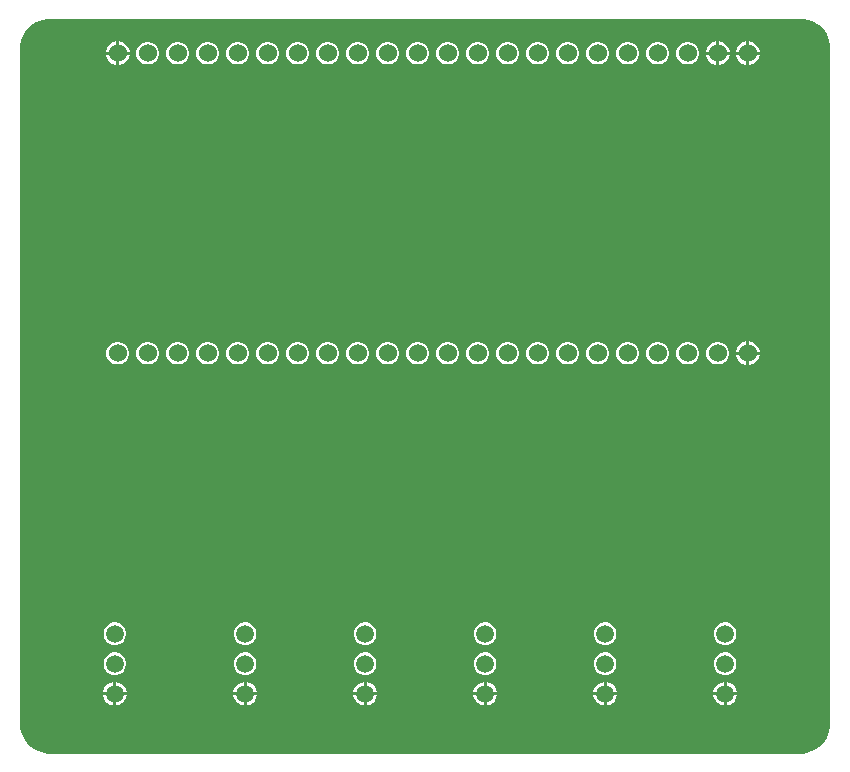
<source format=gbr>
%TF.GenerationSoftware,Altium Limited,Altium Designer,24.2.2 (26)*%
G04 Layer_Physical_Order=2*
G04 Layer_Color=16711680*
%FSLAX45Y45*%
%MOMM*%
%TF.SameCoordinates,A195ED8F-B54E-4743-8023-4A5FD5FDB8DD*%
%TF.FilePolarity,Positive*%
%TF.FileFunction,Copper,L2,Bot,Signal*%
%TF.Part,Single*%
G01*
G75*
%TA.AperFunction,ComponentPad*%
%ADD18C,1.52400*%
%ADD19C,1.50000*%
G36*
X6805089Y6340239D02*
X6851314Y6321092D01*
X6892915Y6293294D01*
X6928294Y6257915D01*
X6956092Y6216314D01*
X6975239Y6170089D01*
X6985000Y6121017D01*
Y6096000D01*
Y381000D01*
Y355983D01*
X6975239Y306911D01*
X6956092Y260686D01*
X6928294Y219084D01*
X6892915Y183705D01*
X6851314Y155908D01*
X6805089Y136761D01*
X6756017Y127000D01*
X355983D01*
X306911Y136761D01*
X260686Y155908D01*
X219084Y183705D01*
X183705Y219084D01*
X155908Y260686D01*
X136761Y306911D01*
X127000Y355983D01*
Y381000D01*
Y635000D01*
Y6096000D01*
Y6121017D01*
X136761Y6170089D01*
X155908Y6216314D01*
X183705Y6257915D01*
X219084Y6293294D01*
X260686Y6321092D01*
X306911Y6340239D01*
X355983Y6350000D01*
X6756017D01*
X6805089Y6340239D01*
D02*
G37*
%LPC*%
G36*
X6299876Y6159500D02*
X6299200D01*
Y6070600D01*
X6388100D01*
Y6071276D01*
X6381176Y6097116D01*
X6367800Y6120284D01*
X6348884Y6139200D01*
X6325716Y6152576D01*
X6299876Y6159500D01*
D02*
G37*
G36*
X6045876D02*
X6045200D01*
Y6070600D01*
X6134100D01*
Y6071276D01*
X6127176Y6097116D01*
X6113800Y6120284D01*
X6094884Y6139200D01*
X6071716Y6152576D01*
X6045876Y6159500D01*
D02*
G37*
G36*
X965876D02*
X965200D01*
Y6070600D01*
X1054100D01*
Y6071276D01*
X1047176Y6097116D01*
X1033800Y6120284D01*
X1014884Y6139200D01*
X991716Y6152576D01*
X965876Y6159500D01*
D02*
G37*
G36*
X939800D02*
X939124D01*
X913284Y6152576D01*
X890116Y6139200D01*
X871200Y6120284D01*
X857824Y6097116D01*
X850900Y6071276D01*
Y6070600D01*
X939800D01*
Y6159500D01*
D02*
G37*
G36*
X6273800D02*
X6273124D01*
X6247284Y6152576D01*
X6224116Y6139200D01*
X6205200Y6120284D01*
X6191824Y6097116D01*
X6184900Y6071276D01*
Y6070600D01*
X6273800D01*
Y6159500D01*
D02*
G37*
G36*
X6019800D02*
X6019124D01*
X5993284Y6152576D01*
X5970116Y6139200D01*
X5951200Y6120284D01*
X5937824Y6097116D01*
X5930900Y6071276D01*
Y6070600D01*
X6019800D01*
Y6159500D01*
D02*
G37*
G36*
X5791165Y6154100D02*
X5765835D01*
X5741368Y6147544D01*
X5719432Y6134879D01*
X5701521Y6116968D01*
X5688856Y6095032D01*
X5682300Y6070565D01*
Y6045235D01*
X5688856Y6020768D01*
X5701521Y5998832D01*
X5719432Y5980921D01*
X5741368Y5968256D01*
X5765835Y5961700D01*
X5791165D01*
X5815632Y5968256D01*
X5837568Y5980921D01*
X5855479Y5998832D01*
X5868144Y6020768D01*
X5874700Y6045235D01*
Y6070565D01*
X5868144Y6095032D01*
X5855479Y6116968D01*
X5837568Y6134879D01*
X5815632Y6147544D01*
X5791165Y6154100D01*
D02*
G37*
G36*
X5537165D02*
X5511835D01*
X5487368Y6147544D01*
X5465432Y6134879D01*
X5447521Y6116968D01*
X5434856Y6095032D01*
X5428300Y6070565D01*
Y6045235D01*
X5434856Y6020768D01*
X5447521Y5998832D01*
X5465432Y5980921D01*
X5487368Y5968256D01*
X5511835Y5961700D01*
X5537165D01*
X5561632Y5968256D01*
X5583568Y5980921D01*
X5601479Y5998832D01*
X5614144Y6020768D01*
X5620700Y6045235D01*
Y6070565D01*
X5614144Y6095032D01*
X5601479Y6116968D01*
X5583568Y6134879D01*
X5561632Y6147544D01*
X5537165Y6154100D01*
D02*
G37*
G36*
X5283165D02*
X5257835D01*
X5233368Y6147544D01*
X5211432Y6134879D01*
X5193521Y6116968D01*
X5180856Y6095032D01*
X5174300Y6070565D01*
Y6045235D01*
X5180856Y6020768D01*
X5193521Y5998832D01*
X5211432Y5980921D01*
X5233368Y5968256D01*
X5257835Y5961700D01*
X5283165D01*
X5307632Y5968256D01*
X5329568Y5980921D01*
X5347479Y5998832D01*
X5360144Y6020768D01*
X5366700Y6045235D01*
Y6070565D01*
X5360144Y6095032D01*
X5347479Y6116968D01*
X5329568Y6134879D01*
X5307632Y6147544D01*
X5283165Y6154100D01*
D02*
G37*
G36*
X5029165D02*
X5003835D01*
X4979368Y6147544D01*
X4957432Y6134879D01*
X4939521Y6116968D01*
X4926856Y6095032D01*
X4920300Y6070565D01*
Y6045235D01*
X4926856Y6020768D01*
X4939521Y5998832D01*
X4957432Y5980921D01*
X4979368Y5968256D01*
X5003835Y5961700D01*
X5029165D01*
X5053632Y5968256D01*
X5075568Y5980921D01*
X5093479Y5998832D01*
X5106144Y6020768D01*
X5112700Y6045235D01*
Y6070565D01*
X5106144Y6095032D01*
X5093479Y6116968D01*
X5075568Y6134879D01*
X5053632Y6147544D01*
X5029165Y6154100D01*
D02*
G37*
G36*
X4775165D02*
X4749835D01*
X4725368Y6147544D01*
X4703432Y6134879D01*
X4685521Y6116968D01*
X4672856Y6095032D01*
X4666300Y6070565D01*
Y6045235D01*
X4672856Y6020768D01*
X4685521Y5998832D01*
X4703432Y5980921D01*
X4725368Y5968256D01*
X4749835Y5961700D01*
X4775165D01*
X4799632Y5968256D01*
X4821568Y5980921D01*
X4839479Y5998832D01*
X4852144Y6020768D01*
X4858700Y6045235D01*
Y6070565D01*
X4852144Y6095032D01*
X4839479Y6116968D01*
X4821568Y6134879D01*
X4799632Y6147544D01*
X4775165Y6154100D01*
D02*
G37*
G36*
X4521165D02*
X4495835D01*
X4471368Y6147544D01*
X4449432Y6134879D01*
X4431521Y6116968D01*
X4418856Y6095032D01*
X4412300Y6070565D01*
Y6045235D01*
X4418856Y6020768D01*
X4431521Y5998832D01*
X4449432Y5980921D01*
X4471368Y5968256D01*
X4495835Y5961700D01*
X4521165D01*
X4545632Y5968256D01*
X4567568Y5980921D01*
X4585479Y5998832D01*
X4598144Y6020768D01*
X4604700Y6045235D01*
Y6070565D01*
X4598144Y6095032D01*
X4585479Y6116968D01*
X4567568Y6134879D01*
X4545632Y6147544D01*
X4521165Y6154100D01*
D02*
G37*
G36*
X4267165D02*
X4241835D01*
X4217368Y6147544D01*
X4195432Y6134879D01*
X4177521Y6116968D01*
X4164856Y6095032D01*
X4158300Y6070565D01*
Y6045235D01*
X4164856Y6020768D01*
X4177521Y5998832D01*
X4195432Y5980921D01*
X4217368Y5968256D01*
X4241835Y5961700D01*
X4267165D01*
X4291632Y5968256D01*
X4313568Y5980921D01*
X4331479Y5998832D01*
X4344144Y6020768D01*
X4350700Y6045235D01*
Y6070565D01*
X4344144Y6095032D01*
X4331479Y6116968D01*
X4313568Y6134879D01*
X4291632Y6147544D01*
X4267165Y6154100D01*
D02*
G37*
G36*
X4013165D02*
X3987835D01*
X3963368Y6147544D01*
X3941432Y6134879D01*
X3923521Y6116968D01*
X3910856Y6095032D01*
X3904300Y6070565D01*
Y6045235D01*
X3910856Y6020768D01*
X3923521Y5998832D01*
X3941432Y5980921D01*
X3963368Y5968256D01*
X3987835Y5961700D01*
X4013165D01*
X4037632Y5968256D01*
X4059568Y5980921D01*
X4077479Y5998832D01*
X4090144Y6020768D01*
X4096700Y6045235D01*
Y6070565D01*
X4090144Y6095032D01*
X4077479Y6116968D01*
X4059568Y6134879D01*
X4037632Y6147544D01*
X4013165Y6154100D01*
D02*
G37*
G36*
X3759165D02*
X3733835D01*
X3709368Y6147544D01*
X3687432Y6134879D01*
X3669521Y6116968D01*
X3656856Y6095032D01*
X3650300Y6070565D01*
Y6045235D01*
X3656856Y6020768D01*
X3669521Y5998832D01*
X3687432Y5980921D01*
X3709368Y5968256D01*
X3733835Y5961700D01*
X3759165D01*
X3783632Y5968256D01*
X3805568Y5980921D01*
X3823479Y5998832D01*
X3836144Y6020768D01*
X3842700Y6045235D01*
Y6070565D01*
X3836144Y6095032D01*
X3823479Y6116968D01*
X3805568Y6134879D01*
X3783632Y6147544D01*
X3759165Y6154100D01*
D02*
G37*
G36*
X3505165D02*
X3479835D01*
X3455368Y6147544D01*
X3433432Y6134879D01*
X3415521Y6116968D01*
X3402856Y6095032D01*
X3396300Y6070565D01*
Y6045235D01*
X3402856Y6020768D01*
X3415521Y5998832D01*
X3433432Y5980921D01*
X3455368Y5968256D01*
X3479835Y5961700D01*
X3505165D01*
X3529632Y5968256D01*
X3551568Y5980921D01*
X3569479Y5998832D01*
X3582144Y6020768D01*
X3588700Y6045235D01*
Y6070565D01*
X3582144Y6095032D01*
X3569479Y6116968D01*
X3551568Y6134879D01*
X3529632Y6147544D01*
X3505165Y6154100D01*
D02*
G37*
G36*
X3251165D02*
X3225835D01*
X3201368Y6147544D01*
X3179432Y6134879D01*
X3161521Y6116968D01*
X3148856Y6095032D01*
X3142300Y6070565D01*
Y6045235D01*
X3148856Y6020768D01*
X3161521Y5998832D01*
X3179432Y5980921D01*
X3201368Y5968256D01*
X3225835Y5961700D01*
X3251165D01*
X3275632Y5968256D01*
X3297568Y5980921D01*
X3315479Y5998832D01*
X3328144Y6020768D01*
X3334700Y6045235D01*
Y6070565D01*
X3328144Y6095032D01*
X3315479Y6116968D01*
X3297568Y6134879D01*
X3275632Y6147544D01*
X3251165Y6154100D01*
D02*
G37*
G36*
X2997165D02*
X2971835D01*
X2947368Y6147544D01*
X2925432Y6134879D01*
X2907521Y6116968D01*
X2894856Y6095032D01*
X2888300Y6070565D01*
Y6045235D01*
X2894856Y6020768D01*
X2907521Y5998832D01*
X2925432Y5980921D01*
X2947368Y5968256D01*
X2971835Y5961700D01*
X2997165D01*
X3021632Y5968256D01*
X3043568Y5980921D01*
X3061479Y5998832D01*
X3074144Y6020768D01*
X3080700Y6045235D01*
Y6070565D01*
X3074144Y6095032D01*
X3061479Y6116968D01*
X3043568Y6134879D01*
X3021632Y6147544D01*
X2997165Y6154100D01*
D02*
G37*
G36*
X2743165D02*
X2717835D01*
X2693368Y6147544D01*
X2671432Y6134879D01*
X2653521Y6116968D01*
X2640856Y6095032D01*
X2634300Y6070565D01*
Y6045235D01*
X2640856Y6020768D01*
X2653521Y5998832D01*
X2671432Y5980921D01*
X2693368Y5968256D01*
X2717835Y5961700D01*
X2743165D01*
X2767632Y5968256D01*
X2789568Y5980921D01*
X2807479Y5998832D01*
X2820144Y6020768D01*
X2826700Y6045235D01*
Y6070565D01*
X2820144Y6095032D01*
X2807479Y6116968D01*
X2789568Y6134879D01*
X2767632Y6147544D01*
X2743165Y6154100D01*
D02*
G37*
G36*
X2489165D02*
X2463835D01*
X2439368Y6147544D01*
X2417432Y6134879D01*
X2399521Y6116968D01*
X2386856Y6095032D01*
X2380300Y6070565D01*
Y6045235D01*
X2386856Y6020768D01*
X2399521Y5998832D01*
X2417432Y5980921D01*
X2439368Y5968256D01*
X2463835Y5961700D01*
X2489165D01*
X2513632Y5968256D01*
X2535568Y5980921D01*
X2553479Y5998832D01*
X2566144Y6020768D01*
X2572700Y6045235D01*
Y6070565D01*
X2566144Y6095032D01*
X2553479Y6116968D01*
X2535568Y6134879D01*
X2513632Y6147544D01*
X2489165Y6154100D01*
D02*
G37*
G36*
X2235165D02*
X2209835D01*
X2185368Y6147544D01*
X2163432Y6134879D01*
X2145521Y6116968D01*
X2132856Y6095032D01*
X2126300Y6070565D01*
Y6045235D01*
X2132856Y6020768D01*
X2145521Y5998832D01*
X2163432Y5980921D01*
X2185368Y5968256D01*
X2209835Y5961700D01*
X2235165D01*
X2259632Y5968256D01*
X2281568Y5980921D01*
X2299479Y5998832D01*
X2312144Y6020768D01*
X2318700Y6045235D01*
Y6070565D01*
X2312144Y6095032D01*
X2299479Y6116968D01*
X2281568Y6134879D01*
X2259632Y6147544D01*
X2235165Y6154100D01*
D02*
G37*
G36*
X1981165D02*
X1955835D01*
X1931368Y6147544D01*
X1909432Y6134879D01*
X1891521Y6116968D01*
X1878856Y6095032D01*
X1872300Y6070565D01*
Y6045235D01*
X1878856Y6020768D01*
X1891521Y5998832D01*
X1909432Y5980921D01*
X1931368Y5968256D01*
X1955835Y5961700D01*
X1981165D01*
X2005632Y5968256D01*
X2027568Y5980921D01*
X2045479Y5998832D01*
X2058144Y6020768D01*
X2064700Y6045235D01*
Y6070565D01*
X2058144Y6095032D01*
X2045479Y6116968D01*
X2027568Y6134879D01*
X2005632Y6147544D01*
X1981165Y6154100D01*
D02*
G37*
G36*
X1727165D02*
X1701835D01*
X1677368Y6147544D01*
X1655432Y6134879D01*
X1637521Y6116968D01*
X1624856Y6095032D01*
X1618300Y6070565D01*
Y6045235D01*
X1624856Y6020768D01*
X1637521Y5998832D01*
X1655432Y5980921D01*
X1677368Y5968256D01*
X1701835Y5961700D01*
X1727165D01*
X1751632Y5968256D01*
X1773568Y5980921D01*
X1791479Y5998832D01*
X1804144Y6020768D01*
X1810700Y6045235D01*
Y6070565D01*
X1804144Y6095032D01*
X1791479Y6116968D01*
X1773568Y6134879D01*
X1751632Y6147544D01*
X1727165Y6154100D01*
D02*
G37*
G36*
X1473165D02*
X1447835D01*
X1423368Y6147544D01*
X1401432Y6134879D01*
X1383521Y6116968D01*
X1370856Y6095032D01*
X1364300Y6070565D01*
Y6045235D01*
X1370856Y6020768D01*
X1383521Y5998832D01*
X1401432Y5980921D01*
X1423368Y5968256D01*
X1447835Y5961700D01*
X1473165D01*
X1497632Y5968256D01*
X1519568Y5980921D01*
X1537479Y5998832D01*
X1550144Y6020768D01*
X1556700Y6045235D01*
Y6070565D01*
X1550144Y6095032D01*
X1537479Y6116968D01*
X1519568Y6134879D01*
X1497632Y6147544D01*
X1473165Y6154100D01*
D02*
G37*
G36*
X1219165D02*
X1193835D01*
X1169368Y6147544D01*
X1147432Y6134879D01*
X1129521Y6116968D01*
X1116856Y6095032D01*
X1110300Y6070565D01*
Y6045235D01*
X1116856Y6020768D01*
X1129521Y5998832D01*
X1147432Y5980921D01*
X1169368Y5968256D01*
X1193835Y5961700D01*
X1219165D01*
X1243632Y5968256D01*
X1265568Y5980921D01*
X1283479Y5998832D01*
X1296144Y6020768D01*
X1302700Y6045235D01*
Y6070565D01*
X1296144Y6095032D01*
X1283479Y6116968D01*
X1265568Y6134879D01*
X1243632Y6147544D01*
X1219165Y6154100D01*
D02*
G37*
G36*
X6388100Y6045200D02*
X6299200D01*
Y5956300D01*
X6299876D01*
X6325716Y5963224D01*
X6348884Y5976600D01*
X6367800Y5995516D01*
X6381176Y6018684D01*
X6388100Y6044524D01*
Y6045200D01*
D02*
G37*
G36*
X6273800D02*
X6184900D01*
Y6044524D01*
X6191824Y6018684D01*
X6205200Y5995516D01*
X6224116Y5976600D01*
X6247284Y5963224D01*
X6273124Y5956300D01*
X6273800D01*
Y6045200D01*
D02*
G37*
G36*
X6134100D02*
X6045200D01*
Y5956300D01*
X6045876D01*
X6071716Y5963224D01*
X6094884Y5976600D01*
X6113800Y5995516D01*
X6127176Y6018684D01*
X6134100Y6044524D01*
Y6045200D01*
D02*
G37*
G36*
X6019800D02*
X5930900D01*
Y6044524D01*
X5937824Y6018684D01*
X5951200Y5995516D01*
X5970116Y5976600D01*
X5993284Y5963224D01*
X6019124Y5956300D01*
X6019800D01*
Y6045200D01*
D02*
G37*
G36*
X1054100D02*
X965200D01*
Y5956300D01*
X965876D01*
X991716Y5963224D01*
X1014884Y5976600D01*
X1033800Y5995516D01*
X1047176Y6018684D01*
X1054100Y6044524D01*
Y6045200D01*
D02*
G37*
G36*
X939800D02*
X850900D01*
Y6044524D01*
X857824Y6018684D01*
X871200Y5995516D01*
X890116Y5976600D01*
X913284Y5963224D01*
X939124Y5956300D01*
X939800D01*
Y6045200D01*
D02*
G37*
G36*
X6299876Y3619500D02*
X6299200D01*
Y3530600D01*
X6388100D01*
Y3531276D01*
X6381176Y3557116D01*
X6367800Y3580284D01*
X6348884Y3599200D01*
X6325716Y3612576D01*
X6299876Y3619500D01*
D02*
G37*
G36*
X6273800D02*
X6273124D01*
X6247284Y3612576D01*
X6224116Y3599200D01*
X6205200Y3580284D01*
X6191824Y3557116D01*
X6184900Y3531276D01*
Y3530600D01*
X6273800D01*
Y3619500D01*
D02*
G37*
G36*
X6045165Y3614100D02*
X6019835D01*
X5995368Y3607544D01*
X5973432Y3594879D01*
X5955521Y3576968D01*
X5942856Y3555032D01*
X5936300Y3530565D01*
Y3505235D01*
X5942856Y3480768D01*
X5955521Y3458832D01*
X5973432Y3440921D01*
X5995368Y3428256D01*
X6019835Y3421700D01*
X6045165D01*
X6069632Y3428256D01*
X6091568Y3440921D01*
X6109479Y3458832D01*
X6122144Y3480768D01*
X6128700Y3505235D01*
Y3530565D01*
X6122144Y3555032D01*
X6109479Y3576968D01*
X6091568Y3594879D01*
X6069632Y3607544D01*
X6045165Y3614100D01*
D02*
G37*
G36*
X5791165D02*
X5765835D01*
X5741368Y3607544D01*
X5719432Y3594879D01*
X5701521Y3576968D01*
X5688856Y3555032D01*
X5682300Y3530565D01*
Y3505235D01*
X5688856Y3480768D01*
X5701521Y3458832D01*
X5719432Y3440921D01*
X5741368Y3428256D01*
X5765835Y3421700D01*
X5791165D01*
X5815632Y3428256D01*
X5837568Y3440921D01*
X5855479Y3458832D01*
X5868144Y3480768D01*
X5874700Y3505235D01*
Y3530565D01*
X5868144Y3555032D01*
X5855479Y3576968D01*
X5837568Y3594879D01*
X5815632Y3607544D01*
X5791165Y3614100D01*
D02*
G37*
G36*
X5537165D02*
X5511835D01*
X5487368Y3607544D01*
X5465432Y3594879D01*
X5447521Y3576968D01*
X5434856Y3555032D01*
X5428300Y3530565D01*
Y3505235D01*
X5434856Y3480768D01*
X5447521Y3458832D01*
X5465432Y3440921D01*
X5487368Y3428256D01*
X5511835Y3421700D01*
X5537165D01*
X5561632Y3428256D01*
X5583568Y3440921D01*
X5601479Y3458832D01*
X5614144Y3480768D01*
X5620700Y3505235D01*
Y3530565D01*
X5614144Y3555032D01*
X5601479Y3576968D01*
X5583568Y3594879D01*
X5561632Y3607544D01*
X5537165Y3614100D01*
D02*
G37*
G36*
X5283165D02*
X5257835D01*
X5233368Y3607544D01*
X5211432Y3594879D01*
X5193521Y3576968D01*
X5180856Y3555032D01*
X5174300Y3530565D01*
Y3505235D01*
X5180856Y3480768D01*
X5193521Y3458832D01*
X5211432Y3440921D01*
X5233368Y3428256D01*
X5257835Y3421700D01*
X5283165D01*
X5307632Y3428256D01*
X5329568Y3440921D01*
X5347479Y3458832D01*
X5360144Y3480768D01*
X5366700Y3505235D01*
Y3530565D01*
X5360144Y3555032D01*
X5347479Y3576968D01*
X5329568Y3594879D01*
X5307632Y3607544D01*
X5283165Y3614100D01*
D02*
G37*
G36*
X5029165D02*
X5003835D01*
X4979368Y3607544D01*
X4957432Y3594879D01*
X4939521Y3576968D01*
X4926856Y3555032D01*
X4920300Y3530565D01*
Y3505235D01*
X4926856Y3480768D01*
X4939521Y3458832D01*
X4957432Y3440921D01*
X4979368Y3428256D01*
X5003835Y3421700D01*
X5029165D01*
X5053632Y3428256D01*
X5075568Y3440921D01*
X5093479Y3458832D01*
X5106144Y3480768D01*
X5112700Y3505235D01*
Y3530565D01*
X5106144Y3555032D01*
X5093479Y3576968D01*
X5075568Y3594879D01*
X5053632Y3607544D01*
X5029165Y3614100D01*
D02*
G37*
G36*
X4775165D02*
X4749835D01*
X4725368Y3607544D01*
X4703432Y3594879D01*
X4685521Y3576968D01*
X4672856Y3555032D01*
X4666300Y3530565D01*
Y3505235D01*
X4672856Y3480768D01*
X4685521Y3458832D01*
X4703432Y3440921D01*
X4725368Y3428256D01*
X4749835Y3421700D01*
X4775165D01*
X4799632Y3428256D01*
X4821568Y3440921D01*
X4839479Y3458832D01*
X4852144Y3480768D01*
X4858700Y3505235D01*
Y3530565D01*
X4852144Y3555032D01*
X4839479Y3576968D01*
X4821568Y3594879D01*
X4799632Y3607544D01*
X4775165Y3614100D01*
D02*
G37*
G36*
X4521165D02*
X4495835D01*
X4471368Y3607544D01*
X4449432Y3594879D01*
X4431521Y3576968D01*
X4418856Y3555032D01*
X4412300Y3530565D01*
Y3505235D01*
X4418856Y3480768D01*
X4431521Y3458832D01*
X4449432Y3440921D01*
X4471368Y3428256D01*
X4495835Y3421700D01*
X4521165D01*
X4545632Y3428256D01*
X4567568Y3440921D01*
X4585479Y3458832D01*
X4598144Y3480768D01*
X4604700Y3505235D01*
Y3530565D01*
X4598144Y3555032D01*
X4585479Y3576968D01*
X4567568Y3594879D01*
X4545632Y3607544D01*
X4521165Y3614100D01*
D02*
G37*
G36*
X4267165D02*
X4241835D01*
X4217368Y3607544D01*
X4195432Y3594879D01*
X4177521Y3576968D01*
X4164856Y3555032D01*
X4158300Y3530565D01*
Y3505235D01*
X4164856Y3480768D01*
X4177521Y3458832D01*
X4195432Y3440921D01*
X4217368Y3428256D01*
X4241835Y3421700D01*
X4267165D01*
X4291632Y3428256D01*
X4313568Y3440921D01*
X4331479Y3458832D01*
X4344144Y3480768D01*
X4350700Y3505235D01*
Y3530565D01*
X4344144Y3555032D01*
X4331479Y3576968D01*
X4313568Y3594879D01*
X4291632Y3607544D01*
X4267165Y3614100D01*
D02*
G37*
G36*
X4013165D02*
X3987835D01*
X3963368Y3607544D01*
X3941432Y3594879D01*
X3923521Y3576968D01*
X3910856Y3555032D01*
X3904300Y3530565D01*
Y3505235D01*
X3910856Y3480768D01*
X3923521Y3458832D01*
X3941432Y3440921D01*
X3963368Y3428256D01*
X3987835Y3421700D01*
X4013165D01*
X4037632Y3428256D01*
X4059568Y3440921D01*
X4077479Y3458832D01*
X4090144Y3480768D01*
X4096700Y3505235D01*
Y3530565D01*
X4090144Y3555032D01*
X4077479Y3576968D01*
X4059568Y3594879D01*
X4037632Y3607544D01*
X4013165Y3614100D01*
D02*
G37*
G36*
X3759165D02*
X3733835D01*
X3709368Y3607544D01*
X3687432Y3594879D01*
X3669521Y3576968D01*
X3656856Y3555032D01*
X3650300Y3530565D01*
Y3505235D01*
X3656856Y3480768D01*
X3669521Y3458832D01*
X3687432Y3440921D01*
X3709368Y3428256D01*
X3733835Y3421700D01*
X3759165D01*
X3783632Y3428256D01*
X3805568Y3440921D01*
X3823479Y3458832D01*
X3836144Y3480768D01*
X3842700Y3505235D01*
Y3530565D01*
X3836144Y3555032D01*
X3823479Y3576968D01*
X3805568Y3594879D01*
X3783632Y3607544D01*
X3759165Y3614100D01*
D02*
G37*
G36*
X3505165D02*
X3479835D01*
X3455368Y3607544D01*
X3433432Y3594879D01*
X3415521Y3576968D01*
X3402856Y3555032D01*
X3396300Y3530565D01*
Y3505235D01*
X3402856Y3480768D01*
X3415521Y3458832D01*
X3433432Y3440921D01*
X3455368Y3428256D01*
X3479835Y3421700D01*
X3505165D01*
X3529632Y3428256D01*
X3551568Y3440921D01*
X3569479Y3458832D01*
X3582144Y3480768D01*
X3588700Y3505235D01*
Y3530565D01*
X3582144Y3555032D01*
X3569479Y3576968D01*
X3551568Y3594879D01*
X3529632Y3607544D01*
X3505165Y3614100D01*
D02*
G37*
G36*
X3251165D02*
X3225835D01*
X3201368Y3607544D01*
X3179432Y3594879D01*
X3161521Y3576968D01*
X3148856Y3555032D01*
X3142300Y3530565D01*
Y3505235D01*
X3148856Y3480768D01*
X3161521Y3458832D01*
X3179432Y3440921D01*
X3201368Y3428256D01*
X3225835Y3421700D01*
X3251165D01*
X3275632Y3428256D01*
X3297568Y3440921D01*
X3315479Y3458832D01*
X3328144Y3480768D01*
X3334700Y3505235D01*
Y3530565D01*
X3328144Y3555032D01*
X3315479Y3576968D01*
X3297568Y3594879D01*
X3275632Y3607544D01*
X3251165Y3614100D01*
D02*
G37*
G36*
X2997165D02*
X2971835D01*
X2947368Y3607544D01*
X2925432Y3594879D01*
X2907521Y3576968D01*
X2894856Y3555032D01*
X2888300Y3530565D01*
Y3505235D01*
X2894856Y3480768D01*
X2907521Y3458832D01*
X2925432Y3440921D01*
X2947368Y3428256D01*
X2971835Y3421700D01*
X2997165D01*
X3021632Y3428256D01*
X3043568Y3440921D01*
X3061479Y3458832D01*
X3074144Y3480768D01*
X3080700Y3505235D01*
Y3530565D01*
X3074144Y3555032D01*
X3061479Y3576968D01*
X3043568Y3594879D01*
X3021632Y3607544D01*
X2997165Y3614100D01*
D02*
G37*
G36*
X2743165D02*
X2717835D01*
X2693368Y3607544D01*
X2671432Y3594879D01*
X2653521Y3576968D01*
X2640856Y3555032D01*
X2634300Y3530565D01*
Y3505235D01*
X2640856Y3480768D01*
X2653521Y3458832D01*
X2671432Y3440921D01*
X2693368Y3428256D01*
X2717835Y3421700D01*
X2743165D01*
X2767632Y3428256D01*
X2789568Y3440921D01*
X2807479Y3458832D01*
X2820144Y3480768D01*
X2826700Y3505235D01*
Y3530565D01*
X2820144Y3555032D01*
X2807479Y3576968D01*
X2789568Y3594879D01*
X2767632Y3607544D01*
X2743165Y3614100D01*
D02*
G37*
G36*
X2489165D02*
X2463835D01*
X2439368Y3607544D01*
X2417432Y3594879D01*
X2399521Y3576968D01*
X2386856Y3555032D01*
X2380300Y3530565D01*
Y3505235D01*
X2386856Y3480768D01*
X2399521Y3458832D01*
X2417432Y3440921D01*
X2439368Y3428256D01*
X2463835Y3421700D01*
X2489165D01*
X2513632Y3428256D01*
X2535568Y3440921D01*
X2553479Y3458832D01*
X2566144Y3480768D01*
X2572700Y3505235D01*
Y3530565D01*
X2566144Y3555032D01*
X2553479Y3576968D01*
X2535568Y3594879D01*
X2513632Y3607544D01*
X2489165Y3614100D01*
D02*
G37*
G36*
X2235165D02*
X2209835D01*
X2185368Y3607544D01*
X2163432Y3594879D01*
X2145521Y3576968D01*
X2132856Y3555032D01*
X2126300Y3530565D01*
Y3505235D01*
X2132856Y3480768D01*
X2145521Y3458832D01*
X2163432Y3440921D01*
X2185368Y3428256D01*
X2209835Y3421700D01*
X2235165D01*
X2259632Y3428256D01*
X2281568Y3440921D01*
X2299479Y3458832D01*
X2312144Y3480768D01*
X2318700Y3505235D01*
Y3530565D01*
X2312144Y3555032D01*
X2299479Y3576968D01*
X2281568Y3594879D01*
X2259632Y3607544D01*
X2235165Y3614100D01*
D02*
G37*
G36*
X1981165D02*
X1955835D01*
X1931368Y3607544D01*
X1909432Y3594879D01*
X1891521Y3576968D01*
X1878856Y3555032D01*
X1872300Y3530565D01*
Y3505235D01*
X1878856Y3480768D01*
X1891521Y3458832D01*
X1909432Y3440921D01*
X1931368Y3428256D01*
X1955835Y3421700D01*
X1981165D01*
X2005632Y3428256D01*
X2027568Y3440921D01*
X2045479Y3458832D01*
X2058144Y3480768D01*
X2064700Y3505235D01*
Y3530565D01*
X2058144Y3555032D01*
X2045479Y3576968D01*
X2027568Y3594879D01*
X2005632Y3607544D01*
X1981165Y3614100D01*
D02*
G37*
G36*
X1727165D02*
X1701835D01*
X1677368Y3607544D01*
X1655432Y3594879D01*
X1637521Y3576968D01*
X1624856Y3555032D01*
X1618300Y3530565D01*
Y3505235D01*
X1624856Y3480768D01*
X1637521Y3458832D01*
X1655432Y3440921D01*
X1677368Y3428256D01*
X1701835Y3421700D01*
X1727165D01*
X1751632Y3428256D01*
X1773568Y3440921D01*
X1791479Y3458832D01*
X1804144Y3480768D01*
X1810700Y3505235D01*
Y3530565D01*
X1804144Y3555032D01*
X1791479Y3576968D01*
X1773568Y3594879D01*
X1751632Y3607544D01*
X1727165Y3614100D01*
D02*
G37*
G36*
X1473165D02*
X1447835D01*
X1423368Y3607544D01*
X1401432Y3594879D01*
X1383521Y3576968D01*
X1370856Y3555032D01*
X1364300Y3530565D01*
Y3505235D01*
X1370856Y3480768D01*
X1383521Y3458832D01*
X1401432Y3440921D01*
X1423368Y3428256D01*
X1447835Y3421700D01*
X1473165D01*
X1497632Y3428256D01*
X1519568Y3440921D01*
X1537479Y3458832D01*
X1550144Y3480768D01*
X1556700Y3505235D01*
Y3530565D01*
X1550144Y3555032D01*
X1537479Y3576968D01*
X1519568Y3594879D01*
X1497632Y3607544D01*
X1473165Y3614100D01*
D02*
G37*
G36*
X1219165D02*
X1193835D01*
X1169368Y3607544D01*
X1147432Y3594879D01*
X1129521Y3576968D01*
X1116856Y3555032D01*
X1110300Y3530565D01*
Y3505235D01*
X1116856Y3480768D01*
X1129521Y3458832D01*
X1147432Y3440921D01*
X1169368Y3428256D01*
X1193835Y3421700D01*
X1219165D01*
X1243632Y3428256D01*
X1265568Y3440921D01*
X1283479Y3458832D01*
X1296144Y3480768D01*
X1302700Y3505235D01*
Y3530565D01*
X1296144Y3555032D01*
X1283479Y3576968D01*
X1265568Y3594879D01*
X1243632Y3607544D01*
X1219165Y3614100D01*
D02*
G37*
G36*
X965165D02*
X939835D01*
X915368Y3607544D01*
X893432Y3594879D01*
X875521Y3576968D01*
X862856Y3555032D01*
X856300Y3530565D01*
Y3505235D01*
X862856Y3480768D01*
X875521Y3458832D01*
X893432Y3440921D01*
X915368Y3428256D01*
X939835Y3421700D01*
X965165D01*
X989632Y3428256D01*
X1011568Y3440921D01*
X1029479Y3458832D01*
X1042144Y3480768D01*
X1048700Y3505235D01*
Y3530565D01*
X1042144Y3555032D01*
X1029479Y3576968D01*
X1011568Y3594879D01*
X989632Y3607544D01*
X965165Y3614100D01*
D02*
G37*
G36*
X6388100Y3505200D02*
X6299200D01*
Y3416300D01*
X6299876D01*
X6325716Y3423224D01*
X6348884Y3436600D01*
X6367800Y3455516D01*
X6381176Y3478684D01*
X6388100Y3504524D01*
Y3505200D01*
D02*
G37*
G36*
X6273800D02*
X6184900D01*
Y3504524D01*
X6191824Y3478684D01*
X6205200Y3455516D01*
X6224116Y3436600D01*
X6247284Y3423224D01*
X6273124Y3416300D01*
X6273800D01*
Y3505200D01*
D02*
G37*
G36*
X6108507Y1238000D02*
X6083493D01*
X6059332Y1231526D01*
X6037669Y1219019D01*
X6019981Y1201331D01*
X6007474Y1179668D01*
X6001000Y1155507D01*
Y1130493D01*
X6007474Y1106332D01*
X6019981Y1084669D01*
X6037669Y1066981D01*
X6059332Y1054474D01*
X6083493Y1048000D01*
X6108507D01*
X6132668Y1054474D01*
X6154331Y1066981D01*
X6172019Y1084669D01*
X6184526Y1106332D01*
X6191000Y1130493D01*
Y1155507D01*
X6184526Y1179668D01*
X6172019Y1201331D01*
X6154331Y1219019D01*
X6132668Y1231526D01*
X6108507Y1238000D01*
D02*
G37*
G36*
X5092507D02*
X5067493D01*
X5043332Y1231526D01*
X5021669Y1219019D01*
X5003981Y1201331D01*
X4991474Y1179668D01*
X4985000Y1155507D01*
Y1130493D01*
X4991474Y1106332D01*
X5003981Y1084669D01*
X5021669Y1066981D01*
X5043332Y1054474D01*
X5067493Y1048000D01*
X5092507D01*
X5116668Y1054474D01*
X5138331Y1066981D01*
X5156019Y1084669D01*
X5168526Y1106332D01*
X5175000Y1130493D01*
Y1155507D01*
X5168526Y1179668D01*
X5156019Y1201331D01*
X5138331Y1219019D01*
X5116668Y1231526D01*
X5092507Y1238000D01*
D02*
G37*
G36*
X4076507D02*
X4051493D01*
X4027332Y1231526D01*
X4005669Y1219019D01*
X3987981Y1201331D01*
X3975474Y1179668D01*
X3969000Y1155507D01*
Y1130493D01*
X3975474Y1106332D01*
X3987981Y1084669D01*
X4005669Y1066981D01*
X4027332Y1054474D01*
X4051493Y1048000D01*
X4076507D01*
X4100668Y1054474D01*
X4122331Y1066981D01*
X4140019Y1084669D01*
X4152526Y1106332D01*
X4159000Y1130493D01*
Y1155507D01*
X4152526Y1179668D01*
X4140019Y1201331D01*
X4122331Y1219019D01*
X4100668Y1231526D01*
X4076507Y1238000D01*
D02*
G37*
G36*
X3060507D02*
X3035493D01*
X3011332Y1231526D01*
X2989669Y1219019D01*
X2971981Y1201331D01*
X2959474Y1179668D01*
X2953000Y1155507D01*
Y1130493D01*
X2959474Y1106332D01*
X2971981Y1084669D01*
X2989669Y1066981D01*
X3011332Y1054474D01*
X3035493Y1048000D01*
X3060507D01*
X3084668Y1054474D01*
X3106331Y1066981D01*
X3124019Y1084669D01*
X3136526Y1106332D01*
X3143000Y1130493D01*
Y1155507D01*
X3136526Y1179668D01*
X3124019Y1201331D01*
X3106331Y1219019D01*
X3084668Y1231526D01*
X3060507Y1238000D01*
D02*
G37*
G36*
X2044507D02*
X2019493D01*
X1995332Y1231526D01*
X1973669Y1219019D01*
X1955981Y1201331D01*
X1943474Y1179668D01*
X1937000Y1155507D01*
Y1130493D01*
X1943474Y1106332D01*
X1955981Y1084669D01*
X1973669Y1066981D01*
X1995332Y1054474D01*
X2019493Y1048000D01*
X2044507D01*
X2068668Y1054474D01*
X2090331Y1066981D01*
X2108019Y1084669D01*
X2120526Y1106332D01*
X2127000Y1130493D01*
Y1155507D01*
X2120526Y1179668D01*
X2108019Y1201331D01*
X2090331Y1219019D01*
X2068668Y1231526D01*
X2044507Y1238000D01*
D02*
G37*
G36*
X939607D02*
X914593D01*
X890432Y1231526D01*
X868769Y1219019D01*
X851081Y1201331D01*
X838574Y1179668D01*
X832100Y1155507D01*
Y1130493D01*
X838574Y1106332D01*
X851081Y1084669D01*
X868769Y1066981D01*
X890432Y1054474D01*
X914593Y1048000D01*
X939607D01*
X963768Y1054474D01*
X985431Y1066981D01*
X1003119Y1084669D01*
X1015626Y1106332D01*
X1022100Y1130493D01*
Y1155507D01*
X1015626Y1179668D01*
X1003119Y1201331D01*
X985431Y1219019D01*
X963768Y1231526D01*
X939607Y1238000D01*
D02*
G37*
G36*
X6108507Y984000D02*
X6083493D01*
X6059332Y977526D01*
X6037669Y965019D01*
X6019981Y947331D01*
X6007474Y925668D01*
X6001000Y901507D01*
Y876493D01*
X6007474Y852332D01*
X6019981Y830669D01*
X6037669Y812981D01*
X6059332Y800474D01*
X6083493Y794000D01*
X6108507D01*
X6132668Y800474D01*
X6154331Y812981D01*
X6172019Y830669D01*
X6184526Y852332D01*
X6191000Y876493D01*
Y901507D01*
X6184526Y925668D01*
X6172019Y947331D01*
X6154331Y965019D01*
X6132668Y977526D01*
X6108507Y984000D01*
D02*
G37*
G36*
X5092507D02*
X5067493D01*
X5043332Y977526D01*
X5021669Y965019D01*
X5003981Y947331D01*
X4991474Y925668D01*
X4985000Y901507D01*
Y876493D01*
X4991474Y852332D01*
X5003981Y830669D01*
X5021669Y812981D01*
X5043332Y800474D01*
X5067493Y794000D01*
X5092507D01*
X5116668Y800474D01*
X5138331Y812981D01*
X5156019Y830669D01*
X5168526Y852332D01*
X5175000Y876493D01*
Y901507D01*
X5168526Y925668D01*
X5156019Y947331D01*
X5138331Y965019D01*
X5116668Y977526D01*
X5092507Y984000D01*
D02*
G37*
G36*
X4076507D02*
X4051493D01*
X4027332Y977526D01*
X4005669Y965019D01*
X3987981Y947331D01*
X3975474Y925668D01*
X3969000Y901507D01*
Y876493D01*
X3975474Y852332D01*
X3987981Y830669D01*
X4005669Y812981D01*
X4027332Y800474D01*
X4051493Y794000D01*
X4076507D01*
X4100668Y800474D01*
X4122331Y812981D01*
X4140019Y830669D01*
X4152526Y852332D01*
X4159000Y876493D01*
Y901507D01*
X4152526Y925668D01*
X4140019Y947331D01*
X4122331Y965019D01*
X4100668Y977526D01*
X4076507Y984000D01*
D02*
G37*
G36*
X3060507D02*
X3035493D01*
X3011332Y977526D01*
X2989669Y965019D01*
X2971981Y947331D01*
X2959474Y925668D01*
X2953000Y901507D01*
Y876493D01*
X2959474Y852332D01*
X2971981Y830669D01*
X2989669Y812981D01*
X3011332Y800474D01*
X3035493Y794000D01*
X3060507D01*
X3084668Y800474D01*
X3106331Y812981D01*
X3124019Y830669D01*
X3136526Y852332D01*
X3143000Y876493D01*
Y901507D01*
X3136526Y925668D01*
X3124019Y947331D01*
X3106331Y965019D01*
X3084668Y977526D01*
X3060507Y984000D01*
D02*
G37*
G36*
X2044507D02*
X2019493D01*
X1995332Y977526D01*
X1973669Y965019D01*
X1955981Y947331D01*
X1943474Y925668D01*
X1937000Y901507D01*
Y876493D01*
X1943474Y852332D01*
X1955981Y830669D01*
X1973669Y812981D01*
X1995332Y800474D01*
X2019493Y794000D01*
X2044507D01*
X2068668Y800474D01*
X2090331Y812981D01*
X2108019Y830669D01*
X2120526Y852332D01*
X2127000Y876493D01*
Y901507D01*
X2120526Y925668D01*
X2108019Y947331D01*
X2090331Y965019D01*
X2068668Y977526D01*
X2044507Y984000D01*
D02*
G37*
G36*
X939607D02*
X914593D01*
X890432Y977526D01*
X868769Y965019D01*
X851081Y947331D01*
X838574Y925668D01*
X832100Y901507D01*
Y876493D01*
X838574Y852332D01*
X851081Y830669D01*
X868769Y812981D01*
X890432Y800474D01*
X914593Y794000D01*
X939607D01*
X963768Y800474D01*
X985431Y812981D01*
X1003119Y830669D01*
X1015626Y852332D01*
X1022100Y876493D01*
Y901507D01*
X1015626Y925668D01*
X1003119Y947331D01*
X985431Y965019D01*
X963768Y977526D01*
X939607Y984000D01*
D02*
G37*
G36*
X6109218Y735400D02*
X6108700D01*
Y647700D01*
X6196400D01*
Y648218D01*
X6189558Y673753D01*
X6176340Y696647D01*
X6157647Y715340D01*
X6134753Y728558D01*
X6109218Y735400D01*
D02*
G37*
G36*
X5093218D02*
X5092700D01*
Y647700D01*
X5180400D01*
Y648218D01*
X5173558Y673753D01*
X5160340Y696647D01*
X5141647Y715340D01*
X5118753Y728558D01*
X5093218Y735400D01*
D02*
G37*
G36*
X4077218D02*
X4076700D01*
Y647700D01*
X4164400D01*
Y648218D01*
X4157558Y673753D01*
X4144340Y696647D01*
X4125647Y715340D01*
X4102753Y728558D01*
X4077218Y735400D01*
D02*
G37*
G36*
X3061218D02*
X3060700D01*
Y647700D01*
X3148400D01*
Y648218D01*
X3141558Y673753D01*
X3128340Y696647D01*
X3109647Y715340D01*
X3086753Y728558D01*
X3061218Y735400D01*
D02*
G37*
G36*
X2045218D02*
X2044700D01*
Y647700D01*
X2132400D01*
Y648218D01*
X2125558Y673753D01*
X2112340Y696647D01*
X2093647Y715340D01*
X2070753Y728558D01*
X2045218Y735400D01*
D02*
G37*
G36*
X940318D02*
X939800D01*
Y647700D01*
X1027500D01*
Y648218D01*
X1020658Y673753D01*
X1007440Y696647D01*
X988747Y715340D01*
X965853Y728558D01*
X940318Y735400D01*
D02*
G37*
G36*
X914400D02*
X913882D01*
X888347Y728558D01*
X865453Y715340D01*
X846760Y696647D01*
X833542Y673753D01*
X826700Y648218D01*
Y647700D01*
X914400D01*
Y735400D01*
D02*
G37*
G36*
X6083300D02*
X6082782D01*
X6057247Y728558D01*
X6034353Y715340D01*
X6015660Y696647D01*
X6002442Y673753D01*
X5995600Y648218D01*
Y647700D01*
X6083300D01*
Y735400D01*
D02*
G37*
G36*
X5067300D02*
X5066782D01*
X5041247Y728558D01*
X5018353Y715340D01*
X4999660Y696647D01*
X4986442Y673753D01*
X4979600Y648218D01*
Y647700D01*
X5067300D01*
Y735400D01*
D02*
G37*
G36*
X4051300D02*
X4050782D01*
X4025247Y728558D01*
X4002353Y715340D01*
X3983660Y696647D01*
X3970442Y673753D01*
X3963600Y648218D01*
Y647700D01*
X4051300D01*
Y735400D01*
D02*
G37*
G36*
X3035300D02*
X3034782D01*
X3009247Y728558D01*
X2986353Y715340D01*
X2967660Y696647D01*
X2954442Y673753D01*
X2947600Y648218D01*
Y647700D01*
X3035300D01*
Y735400D01*
D02*
G37*
G36*
X2019300D02*
X2018782D01*
X1993247Y728558D01*
X1970353Y715340D01*
X1951660Y696647D01*
X1938442Y673753D01*
X1931600Y648218D01*
Y647700D01*
X2019300D01*
Y735400D01*
D02*
G37*
G36*
X6196400Y622300D02*
X6108700D01*
Y534600D01*
X6109218D01*
X6134753Y541442D01*
X6157647Y554660D01*
X6176340Y573353D01*
X6189558Y596247D01*
X6196400Y621782D01*
Y622300D01*
D02*
G37*
G36*
X6083300D02*
X5995600D01*
Y621782D01*
X6002442Y596247D01*
X6015660Y573353D01*
X6034353Y554660D01*
X6057247Y541442D01*
X6082782Y534600D01*
X6083300D01*
Y622300D01*
D02*
G37*
G36*
X5180400D02*
X5092700D01*
Y534600D01*
X5093218D01*
X5118753Y541442D01*
X5141647Y554660D01*
X5160340Y573353D01*
X5173558Y596247D01*
X5180400Y621782D01*
Y622300D01*
D02*
G37*
G36*
X5067300D02*
X4979600D01*
Y621782D01*
X4986442Y596247D01*
X4999660Y573353D01*
X5018353Y554660D01*
X5041247Y541442D01*
X5066782Y534600D01*
X5067300D01*
Y622300D01*
D02*
G37*
G36*
X4164400D02*
X4076700D01*
Y534600D01*
X4077218D01*
X4102753Y541442D01*
X4125647Y554660D01*
X4144340Y573353D01*
X4157558Y596247D01*
X4164400Y621782D01*
Y622300D01*
D02*
G37*
G36*
X4051300D02*
X3963600D01*
Y621782D01*
X3970442Y596247D01*
X3983660Y573353D01*
X4002353Y554660D01*
X4025247Y541442D01*
X4050782Y534600D01*
X4051300D01*
Y622300D01*
D02*
G37*
G36*
X3148400D02*
X3060700D01*
Y534600D01*
X3061218D01*
X3086753Y541442D01*
X3109647Y554660D01*
X3128340Y573353D01*
X3141558Y596247D01*
X3148400Y621782D01*
Y622300D01*
D02*
G37*
G36*
X3035300D02*
X2947600D01*
Y621782D01*
X2954442Y596247D01*
X2967660Y573353D01*
X2986353Y554660D01*
X3009247Y541442D01*
X3034782Y534600D01*
X3035300D01*
Y622300D01*
D02*
G37*
G36*
X2132400D02*
X2044700D01*
Y534600D01*
X2045218D01*
X2070753Y541442D01*
X2093647Y554660D01*
X2112340Y573353D01*
X2125558Y596247D01*
X2132400Y621782D01*
Y622300D01*
D02*
G37*
G36*
X2019300D02*
X1931600D01*
Y621782D01*
X1938442Y596247D01*
X1951660Y573353D01*
X1970353Y554660D01*
X1993247Y541442D01*
X2018782Y534600D01*
X2019300D01*
Y622300D01*
D02*
G37*
G36*
X1027500D02*
X939800D01*
Y534600D01*
X940318D01*
X965853Y541442D01*
X988747Y554660D01*
X1007440Y573353D01*
X1020658Y596247D01*
X1027500Y621782D01*
Y622300D01*
D02*
G37*
G36*
X914400D02*
X826700D01*
Y621782D01*
X833542Y596247D01*
X846760Y573353D01*
X865453Y554660D01*
X888347Y541442D01*
X913882Y534600D01*
X914400D01*
Y622300D01*
D02*
G37*
%LPD*%
D18*
X1206500Y3517900D02*
D03*
X1460500D02*
D03*
X1714500D02*
D03*
X1968500D02*
D03*
X2222500D02*
D03*
X2476500D02*
D03*
X2730500D02*
D03*
X2984500D02*
D03*
X3238500D02*
D03*
X3492500D02*
D03*
X3746500D02*
D03*
X4000500D02*
D03*
X4254500D02*
D03*
X4508500D02*
D03*
X4762500D02*
D03*
X5016500D02*
D03*
X5270500D02*
D03*
X5524500D02*
D03*
X5778500D02*
D03*
X6032500D02*
D03*
X6286500D02*
D03*
X952500Y6057900D02*
D03*
X1206500D02*
D03*
X1460500D02*
D03*
X1714500D02*
D03*
X1968500D02*
D03*
X2222500D02*
D03*
X2476500D02*
D03*
X2730500D02*
D03*
X2984500D02*
D03*
X3238500D02*
D03*
X3492500D02*
D03*
X3746500D02*
D03*
X4000500D02*
D03*
X4254500D02*
D03*
X4508500D02*
D03*
X5016500D02*
D03*
X5270500D02*
D03*
X5524500D02*
D03*
X5778500D02*
D03*
X6032500D02*
D03*
X6286500D02*
D03*
X952500Y3517900D02*
D03*
X4762500Y6057900D02*
D03*
D19*
X927100Y635000D02*
D03*
Y889000D02*
D03*
Y1143000D02*
D03*
X5080000Y635000D02*
D03*
Y889000D02*
D03*
Y1143000D02*
D03*
X2032000Y635000D02*
D03*
Y889000D02*
D03*
Y1143000D02*
D03*
X6096000Y635000D02*
D03*
Y889000D02*
D03*
Y1143000D02*
D03*
X3048000Y635000D02*
D03*
Y889000D02*
D03*
Y1143000D02*
D03*
X4064000Y635000D02*
D03*
Y889000D02*
D03*
Y1143000D02*
D03*
%TF.MD5,fba0ab1f40bc89c53dd340400a3c9d52*%
M02*

</source>
